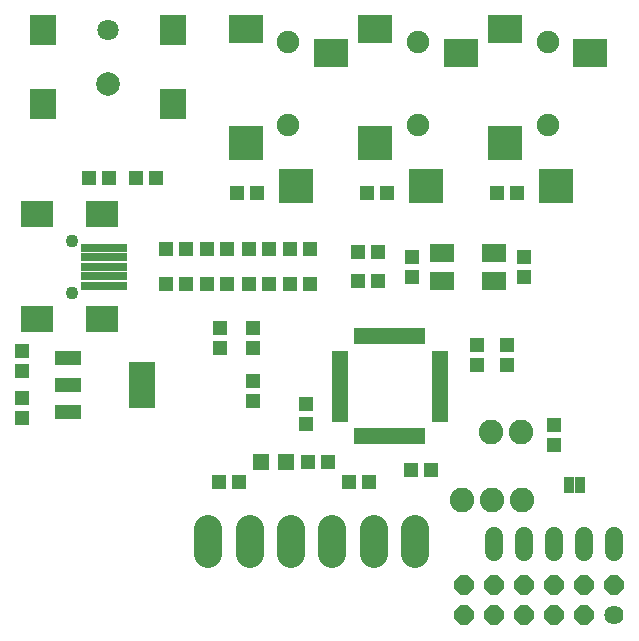
<source format=gts>
G75*
%MOIN*%
%OFA0B0*%
%FSLAX24Y24*%
%IPPOS*%
%LPD*%
%AMOC8*
5,1,8,0,0,1.08239X$1,22.5*
%
%ADD10R,0.0907X0.0474*%
%ADD11R,0.0907X0.1537*%
%ADD12R,0.0474X0.0513*%
%ADD13R,0.0513X0.0474*%
%ADD14C,0.0820*%
%ADD15C,0.0600*%
%ADD16R,0.1576X0.0277*%
%ADD17R,0.1064X0.0867*%
%ADD18C,0.0434*%
%ADD19C,0.0749*%
%ADD20R,0.1182X0.0946*%
%ADD21R,0.1182X0.1182*%
%ADD22C,0.0640*%
%ADD23OC8,0.0640*%
%ADD24C,0.0920*%
%ADD25R,0.0828X0.0631*%
%ADD26R,0.0552X0.0552*%
%ADD27R,0.0200X0.0550*%
%ADD28R,0.0550X0.0200*%
%ADD29R,0.0867X0.1025*%
%ADD30C,0.0710*%
%ADD31C,0.0789*%
%ADD32R,0.0330X0.0580*%
D10*
X002429Y008396D03*
X002429Y009302D03*
X002429Y010207D03*
D11*
X004870Y009302D03*
D12*
X007488Y010542D03*
X007488Y011211D03*
X007724Y013829D03*
X007055Y013829D03*
X006346Y013829D03*
X005677Y013829D03*
X005362Y016191D03*
X004693Y016191D03*
X003787Y016191D03*
X003118Y016191D03*
X008039Y015699D03*
X008709Y015699D03*
X008433Y013829D03*
X009102Y013829D03*
X009811Y013829D03*
X010480Y013829D03*
X012370Y015699D03*
X013039Y015699D03*
X013886Y013573D03*
X013886Y012904D03*
X016051Y010621D03*
X016051Y009951D03*
X017035Y009951D03*
X017035Y010621D03*
X017626Y012904D03*
X017626Y013573D03*
X017370Y015699D03*
X016701Y015699D03*
X010343Y008652D03*
X010343Y007983D03*
X010402Y006743D03*
X011071Y006743D03*
X008118Y006054D03*
X007449Y006054D03*
X000894Y008180D03*
X000894Y008849D03*
X000894Y009754D03*
X000894Y010424D03*
D13*
X005677Y012648D03*
X006346Y012648D03*
X007055Y012648D03*
X007724Y012648D03*
X008433Y012648D03*
X009102Y012648D03*
X009811Y012648D03*
X010480Y012648D03*
X012075Y012747D03*
X012744Y012747D03*
X012744Y013731D03*
X012075Y013731D03*
X008571Y011211D03*
X008571Y010542D03*
X008571Y009440D03*
X008571Y008770D03*
X011780Y006054D03*
X012449Y006054D03*
X013846Y006447D03*
X014516Y006447D03*
X018610Y007294D03*
X018610Y007963D03*
D14*
X017528Y007727D03*
X016528Y007727D03*
X016559Y005463D03*
X015559Y005463D03*
X017559Y005463D03*
D15*
X017610Y004247D02*
X017610Y003727D01*
X016610Y003727D02*
X016610Y004247D01*
X018610Y004247D02*
X018610Y003727D01*
X019610Y003727D02*
X019610Y004247D01*
X020610Y004247D02*
X020610Y003727D01*
D16*
X003610Y012609D03*
X003610Y012924D03*
X003610Y013239D03*
X003610Y013554D03*
X003610Y013869D03*
D17*
X003551Y014991D03*
X001386Y014991D03*
X001386Y011487D03*
X003551Y011487D03*
D18*
X002547Y012373D03*
X002547Y014105D03*
D19*
X009752Y017963D03*
X009752Y020719D03*
X014083Y020719D03*
X014083Y017963D03*
X018413Y017963D03*
X018413Y020719D03*
D20*
X019831Y020365D03*
X016996Y021152D03*
X015500Y020365D03*
X012665Y021152D03*
X011169Y020365D03*
X008335Y021152D03*
D21*
X008335Y017373D03*
X010028Y015916D03*
X012665Y017373D03*
X014358Y015916D03*
X016996Y017373D03*
X018689Y015916D03*
D22*
X020618Y001617D03*
D23*
X020618Y002617D03*
X019618Y002617D03*
X018618Y002617D03*
X017618Y002617D03*
X016618Y002617D03*
X015618Y002617D03*
X015618Y001617D03*
X016618Y001617D03*
X017618Y001617D03*
X018618Y001617D03*
X019618Y001617D03*
D24*
X007094Y003665D02*
X007094Y004505D01*
X008472Y004505D02*
X008472Y003665D01*
X009850Y003665D02*
X009850Y004505D01*
X011228Y004505D02*
X011228Y003665D01*
X012606Y003665D02*
X012606Y004505D01*
X013984Y004505D02*
X013984Y003665D01*
D25*
X014890Y012766D03*
X014890Y013711D03*
X016622Y013711D03*
X016622Y012766D03*
D26*
X009673Y006743D03*
X008846Y006743D03*
D27*
X012065Y007579D03*
X012262Y007579D03*
X012459Y007579D03*
X012656Y007579D03*
X012852Y007579D03*
X013049Y007579D03*
X013246Y007579D03*
X013443Y007579D03*
X013640Y007579D03*
X013837Y007579D03*
X014033Y007579D03*
X014230Y007579D03*
X014230Y010926D03*
X014033Y010926D03*
X013837Y010926D03*
X013640Y010926D03*
X013443Y010926D03*
X013246Y010926D03*
X013049Y010926D03*
X012852Y010926D03*
X012656Y010926D03*
X012459Y010926D03*
X012262Y010926D03*
X012065Y010926D03*
D28*
X011474Y010335D03*
X011474Y010138D03*
X011474Y009941D03*
X011474Y009745D03*
X011474Y009548D03*
X011474Y009351D03*
X011474Y009154D03*
X011474Y008957D03*
X011474Y008760D03*
X011474Y008564D03*
X011474Y008367D03*
X011474Y008170D03*
X014821Y008170D03*
X014821Y008367D03*
X014821Y008564D03*
X014821Y008760D03*
X014821Y008957D03*
X014821Y009154D03*
X014821Y009351D03*
X014821Y009548D03*
X014821Y009745D03*
X014821Y009941D03*
X014821Y010138D03*
X014821Y010335D03*
D29*
X005913Y018672D03*
X005913Y021113D03*
X001583Y021113D03*
X001583Y018672D03*
D30*
X003748Y021113D03*
D31*
X003748Y019341D03*
D32*
X019122Y005955D03*
X019476Y005955D03*
M02*

</source>
